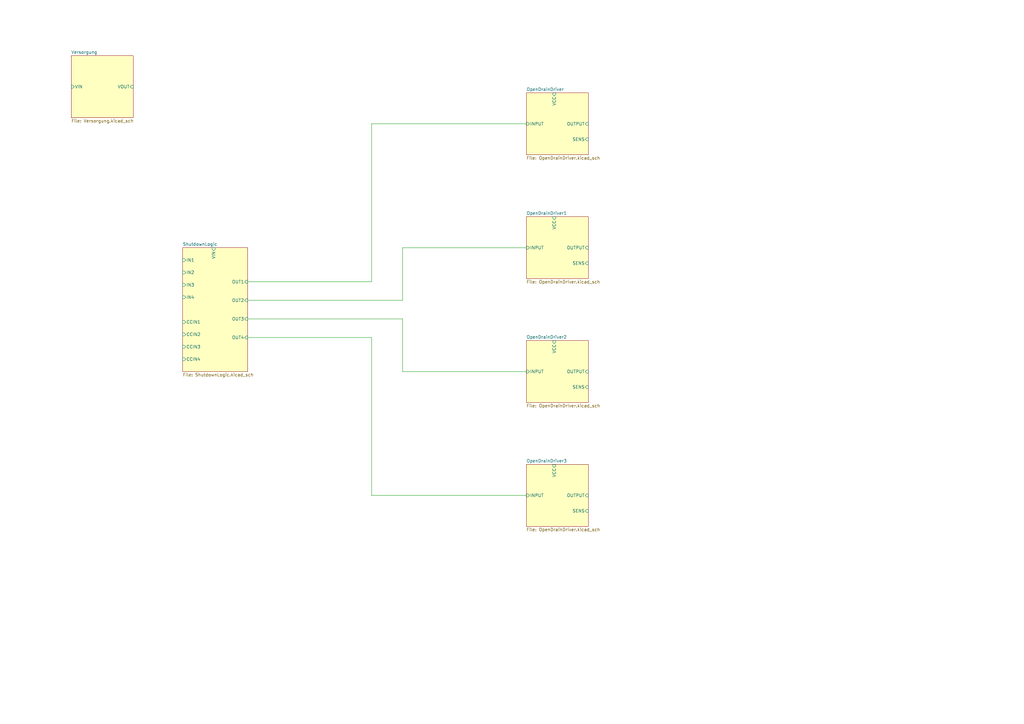
<source format=kicad_sch>
(kicad_sch (version 20230121) (generator eeschema)
  (paper "A3")
  (lib_symbols)
  (wire (pts (xy 152.4 138.43) (xy 152.4 203.2)))
  (wire (pts (xy 101.6 123.19) (xy 165.1 123.19)))
  (wire (pts (xy 101.6 130.81) (xy 165.1 130.81)))
  (wire (pts (xy 152.4 203.2) (xy 215.9 203.2)))
  (wire (pts (xy 101.6 138.43) (xy 152.4 138.43)))
  (wire (pts (xy 152.4 115.57) (xy 152.4 50.8)))
  (wire (pts (xy 165.1 101.6) (xy 215.9 101.6)))
  (wire (pts (xy 101.6 115.57) (xy 152.4 115.57)))
  (wire (pts (xy 152.4 50.8) (xy 215.9 50.8)))
  (wire (pts (xy 165.1 152.4) (xy 215.9 152.4)))
  (wire (pts (xy 165.1 130.81) (xy 165.1 152.4)))
  (wire (pts (xy 165.1 123.19) (xy 165.1 101.6)))
  (sheet (at 29.21 22.86) (size 25.4 25.4) (stroke (width 0.1524) (color 132 0 0 1)) (fill (color 255 255 194 1.0000))
    (property "Sheetname" "Versorgung" (at 29.21 22.1484 0) (effects (justify left bottom)))
    (property "Sheetfile" "Versorgung.kicad_sch" (at 29.21 48.8446 0) (effects (justify left top)))
    (pin "VIN" input (at 29.21 35.56 180))
    (pin "VOUT" input (at 54.61 35.56 0))
  )
  (sheet (at 215.9 139.7) (size 25.4 25.4) (stroke (width 0.1524) (color 132 0 0 1)) (fill (color 255 255 194 1.0000))
    (property "Sheetname" "OpenDrainDriver2" (at 215.9 138.9884 0) (effects (justify left bottom)))
    (property "Sheetfile" "OpenDrainDriver.kicad_sch" (at 215.9 165.6846 0) (effects (justify left top)))
    (pin "OUTPUT" input (at 241.3 152.4 0))
    (pin "VCC" input (at 227.33 139.7 90))
    (pin "INPUT" input (at 215.9 152.4 180))
    (pin "SENS" input (at 241.3 158.75 0))
  )
  (sheet (at 74.93 101.6) (size 26.67 50.8) (stroke (width 0.1524) (color 132 0 0 1)) (fill (color 255 255 194 1.0000))
    (property "Sheetname" "ShutdownLogic" (at 74.93 100.8884 0) (effects (justify left bottom)))
    (property "Sheetfile" "ShutdownLogic.kicad_sch" (at 74.93 152.9846 0) (effects (justify left top)))
    (pin "VIN" input (at 87.63 101.6 90))
    (pin "IN3" input (at 74.93 116.84 180))
    (pin "OUT3" input (at 101.6 130.81 0))
    (pin "IN4" input (at 74.93 121.92 180))
    (pin "OUT4" input (at 101.6 138.43 0))
    (pin "IN1" input (at 74.93 106.68 180))
    (pin "OUT1" input (at 101.6 115.57 0))
    (pin "OUT2" input (at 101.6 123.19 0))
    (pin "IN2" input (at 74.93 111.76 180))
    (pin "CCIN3" input (at 74.93 142.24 180))
    (pin "CCIN4" input (at 74.93 147.32 180))
    (pin "CCIN1" input (at 74.93 132.08 180))
    (pin "CCIN2" input (at 74.93 137.16 180))
  )
  (sheet (at 215.9 38.1) (size 25.4 25.4) (stroke (width 0.1524) (color 132 0 0 1)) (fill (color 255 255 194 1.0000))
    (property "Sheetname" "OpenDrainDriver" (at 215.9 37.3884 0) (effects (justify left bottom)))
    (property "Sheetfile" "OpenDrainDriver.kicad_sch" (at 215.9 64.0846 0) (effects (justify left top)))
    (pin "OUTPUT" input (at 241.3 50.8 0))
    (pin "VCC" input (at 227.33 38.1 90))
    (pin "INPUT" input (at 215.9 50.8 180))
    (pin "SENS" input (at 241.3 57.15 0))
  )
  (sheet (at 215.9 88.9) (size 25.4 25.4) (stroke (width 0.1524) (color 132 0 0 1)) (fill (color 255 255 194 1.0000))
    (property "Sheetname" "OpenDrainDriver1" (at 215.9 88.1884 0) (effects (justify left bottom)))
    (property "Sheetfile" "OpenDrainDriver.kicad_sch" (at 215.9 114.8846 0) (effects (justify left top)))
    (pin "OUTPUT" input (at 241.3 101.6 0))
    (pin "VCC" input (at 227.33 88.9 90))
    (pin "INPUT" input (at 215.9 101.6 180))
    (pin "SENS" input (at 241.3 107.95 0))
  )
  (sheet (at 215.9 190.5) (size 25.4 25.4) (stroke (width 0.1524) (color 132 0 0 1)) (fill (color 255 255 194 1.0000))
    (property "Sheetname" "OpenDrainDriver3" (at 215.9 189.7884 0) (effects (justify left bottom)))
    (property "Sheetfile" "OpenDrainDriver.kicad_sch" (at 215.9 216.4846 0) (effects (justify left top)))
    (pin "OUTPUT" input (at 241.3 203.2 0))
    (pin "VCC" input (at 227.33 190.5 90))
    (pin "INPUT" input (at 215.9 203.2 180))
    (pin "SENS" input (at 241.3 209.55 0))
  )
)
</source>
